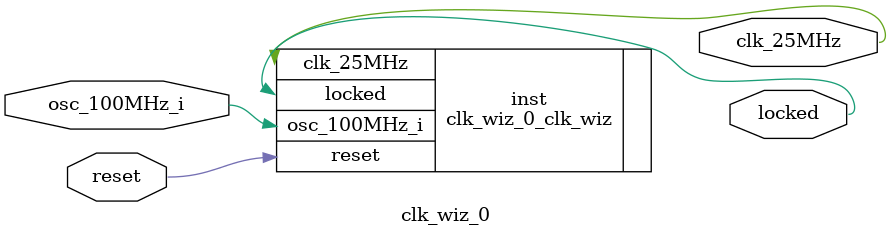
<source format=v>


`timescale 1ps/1ps

(* CORE_GENERATION_INFO = "clk_wiz_0,clk_wiz_v6_0_13_0_0,{component_name=clk_wiz_0,use_phase_alignment=true,use_min_o_jitter=false,use_max_i_jitter=false,use_dyn_phase_shift=false,use_inclk_switchover=false,use_dyn_reconfig=false,enable_axi=0,feedback_source=FDBK_AUTO,PRIMITIVE=MMCM,num_out_clk=1,clkin1_period=10.000,clkin2_period=10.000,use_power_down=false,use_reset=true,use_locked=true,use_inclk_stopped=false,feedback_type=SINGLE,CLOCK_MGR_TYPE=NA,manual_override=false}" *)

module clk_wiz_0 
 (
  // Clock out ports
  output        clk_25MHz,
  // Status and control signals
  input         reset,
  output        locked,
 // Clock in ports
  input         osc_100MHz_i
 );

  clk_wiz_0_clk_wiz inst
  (
  // Clock out ports  
  .clk_25MHz(clk_25MHz),
  // Status and control signals               
  .reset(reset), 
  .locked(locked),
 // Clock in ports
  .osc_100MHz_i(osc_100MHz_i)
  );

endmodule

</source>
